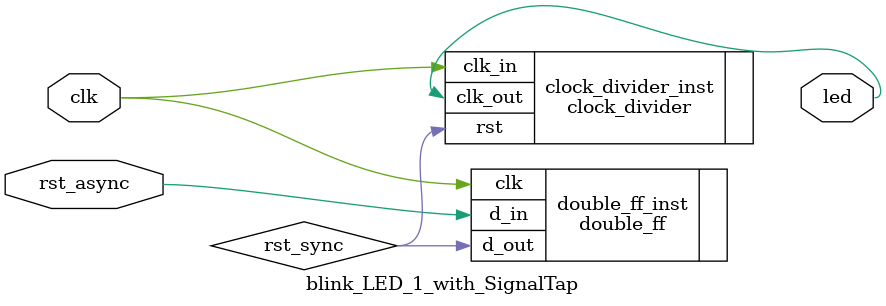
<source format=sv>
`default_nettype none

module blink_LED_1_with_SignalTap (
    input wire clk,
    input wire rst_async,
    output wire led
);

localparam CLK_FREQ = 50e6; /* 50 MHz */
logic rst_sync;

double_ff double_ff_inst (
    .clk(clk),
    .d_in(rst_async),
    .d_out(rst_sync)
);

clock_divider #(
    .RATE(CLK_FREQ / 2) /* 2 Hz */
) clock_divider_inst (
    .clk_in(clk),
    .rst(rst_sync),
    .clk_out(led)
);

endmodule

`default_nettype wire

</source>
